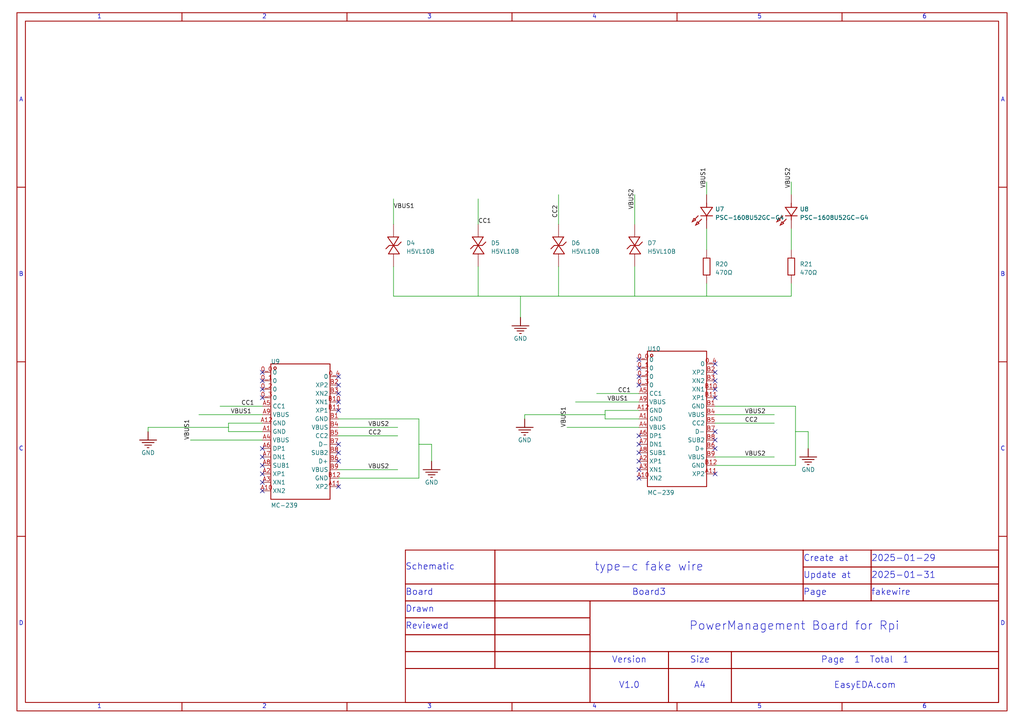
<source format=kicad_sch>
(kicad_sch (version 20231120) (generator "eeschema") (generator_version "8.0")
  (paper "User" 307.34 218.44)
  (lib_symbols
    (symbol "test-altium-import:GND_POWER_GROUND" (power)
      (property "Reference" "#PWR" (at 0 0 0))
      (property "Value" "GND" (at 0 6.35 0))
      (symbol "GND_POWER_GROUND_0_0"
        (polyline (pts (xy -2.54 -2.54) (xy 2.54 -2.54)) (stroke (width 0.254)))
        (polyline (pts (xy -1.778 -3.302) (xy 1.778 -3.302)) (stroke (width 0.254)))
        (polyline (pts (xy -1.016 -4.064) (xy 1.016 -4.064)) (stroke (width 0.254)))
        (polyline (pts (xy -0.254 -4.826) (xy 0.254 -4.826)) (stroke (width 0.254)))
        (polyline (pts (xy 0 0) (xy 0 -2.54)) (stroke (width 0.254)))
        (pin power_in line (at 0 0 0) (length 0) hide (name "GND") (number ""))
      )
    )
    (symbol "test-altium-import:root_0_MC-239"
      (symbol "root_0_MC-239_1_0"
        (rectangle (start -10.16 21.59) (end 7.62 -19.05) (stroke (width 0.254) (color 160 0 0 1)))
        (circle (center -8.89 20.32) (radius 0.381) (stroke (width 0.254) (color 160 0 0 1)))
        (pin passive line (at -12.7 19.05 0) (length 2.54) (name "0") (number "0_0"))
        (pin passive line (at -12.7 16.51 0) (length 2.54) (name "0") (number "0_1"))
        (pin passive line (at -12.7 13.97 0) (length 2.54) (name "0") (number "0_2"))
        (pin passive line (at -12.7 11.43 0) (length 2.54) (name "0") (number "0_3"))
        (pin passive line (at 10.16 17.78 180) (length 2.54) (name "0") (number "0_4"))
        (pin passive line (at -12.7 1.27 0) (length 2.54) (name "GND") (number "A1"))
        (pin passive line (at -12.7 -16.51 0) (length 2.54) (name "XN2") (number "A10"))
        (pin passive line (at 10.16 -15.24 180) (length 2.54) (name "XP2") (number "A11"))
        (pin passive line (at -12.7 3.81 0) (length 2.54) (name "GND") (number "A12"))
        (pin passive line (at -12.7 -11.43 0) (length 2.54) (name "XP1") (number "A2"))
        (pin passive line (at -12.7 -13.97 0) (length 2.54) (name "XN1") (number "A3"))
        (pin passive line (at -12.7 -1.27 0) (length 2.54) (name "VBUS") (number "A4"))
        (pin passive line (at -12.7 8.89 0) (length 2.54) (name "CC1") (number "A5"))
        (pin passive line (at -12.7 -3.81 0) (length 2.54) (name "DP1") (number "A6"))
        (pin passive line (at -12.7 -6.35 0) (length 2.54) (name "DN1") (number "A7"))
        (pin passive line (at -12.7 -8.89 0) (length 2.54) (name "SUB1") (number "A8"))
        (pin passive line (at -12.7 6.35 0) (length 2.54) (name "VBUS") (number "A9"))
        (pin passive line (at 10.16 5.08 180) (length 2.54) (name "GND") (number "B1"))
        (pin passive line (at 10.16 10.16 180) (length 2.54) (name "XN1") (number "B10"))
        (pin passive line (at 10.16 7.62 180) (length 2.54) (name "XP1") (number "B11"))
        (pin passive line (at 10.16 -12.7 180) (length 2.54) (name "GND") (number "B12"))
        (pin passive line (at 10.16 15.24 180) (length 2.54) (name "XP2") (number "B2"))
        (pin passive line (at 10.16 12.7 180) (length 2.54) (name "XN2") (number "B3"))
        (pin passive line (at 10.16 2.54 180) (length 2.54) (name "VBUS") (number "B4"))
        (pin passive line (at 10.16 0 180) (length 2.54) (name "CC2") (number "B5"))
        (pin passive line (at 10.16 -7.62 180) (length 2.54) (name "D+") (number "B6"))
        (pin passive line (at 10.16 -2.54 180) (length 2.54) (name "D-") (number "B7"))
        (pin passive line (at 10.16 -5.08 180) (length 2.54) (name "SUB2") (number "B8"))
        (pin passive line (at 10.16 -10.16 180) (length 2.54) (name "VBUS") (number "B9"))
      )
    )
    (symbol "test-altium-import:root_1_H5VL10B"
      (symbol "root_1_H5VL10B_1_0"
        (polyline (pts (xy -2.286 -1.016) (xy -1.27 0) (xy -1.27 0) (xy -1.27 0) (xy -1.27 0) (xy 1.27 0) (xy 1.27 0) (xy 1.27 0) (xy 1.27 0) (xy 2.286 1.016)) (stroke (width 0.254) (color 160 0 0 1)))
        (polyline (pts (xy -1.524 -2.54) (xy 0 0) (xy 0 0) (xy 0 0) (xy 0 0) (xy 1.778 -2.54) (xy 1.778 -2.54) (xy 1.778 -2.54) (xy 1.778 -2.54) (xy -1.524 -2.54)) (stroke (width 0.254) (color 160 0 0 1)))
        (polyline (pts (xy 1.524 2.54) (xy 0 0) (xy 0 0) (xy 0 0) (xy 0 0) (xy -1.778 2.54) (xy -1.778 2.54) (xy -1.778 2.54) (xy -1.778 2.54) (xy 1.524 2.54)) (stroke (width 0.254) (color 160 0 0 1)))
        (pin passive line (at 0 -6.35 90) (length 3.81) (name "C") (number "1"))
        (pin passive line (at 0 6.35 270) (length 3.81) (name "A") (number "2"))
      )
    )
    (symbol "test-altium-import:root_1_PSC-1608U52GC-G4"
      (symbol "root_1_PSC-1608U52GC-G4_1_0"
        (polyline (pts (xy -2.54 -1.27) (xy -3.556 -2.286)) (stroke (width 0.254) (color 160 0 0 1)))
        (polyline (pts (xy -1.778 -1.27) (xy 1.778 -1.27)) (stroke (width 0.254) (color 160 0 0 1)))
        (polyline (pts (xy -1.524 -2.286) (xy -2.54 -3.302)) (stroke (width 0.254) (color 160 0 0 1)))
        (polyline (pts (xy 0 -1.27) (xy 0 -2.54)) (stroke (width 0.254) (color 160 0 0 1)))
        (polyline (pts (xy 0 2.54) (xy 0 1.27)) (stroke (width 0.254) (color 160 0 0 1)))
        (polyline (pts (xy -4.318 -3.048) (xy -3.81 -2.032) (xy -3.81 -2.032) (xy -3.81 -2.032) (xy -3.81 -2.032) (xy -3.302 -2.54) (xy -3.302 -2.54) (xy -3.302 -2.54) (xy -3.302 -2.54) (xy -4.318 -3.048)) (stroke (width 0.254) (color 160 0 0 1)))
        (polyline (pts (xy -3.302 -4.064) (xy -2.794 -3.048) (xy -2.794 -3.048) (xy -2.794 -3.048) (xy -2.794 -3.048) (xy -2.286 -3.556) (xy -2.286 -3.556) (xy -2.286 -3.556) (xy -2.286 -3.556) (xy -3.302 -4.064)) (stroke (width 0.254) (color 160 0 0 1)))
        (polyline (pts (xy -1.778 1.27) (xy 0 -1.27) (xy 0 -1.27) (xy 0 -1.27) (xy 0 -1.27) (xy 1.778 1.27) (xy 1.778 1.27) (xy 1.778 1.27) (xy 1.778 1.27) (xy -1.778 1.27)) (stroke (width 0.254) (color 160 0 0 1)))
        (pin passive line (at 0 -5.08 90) (length 2.54) (name "K") (number "1"))
        (pin passive line (at 0 5.08 270) (length 2.54) (name "A") (number "2"))
      )
    )
    (symbol "test-altium-import:root_1_RC0603FR-07470RL"
      (symbol "root_1_RC0603FR-07470RL_1_0"
        (rectangle (start -1.016 2.54) (end 1.016 -2.54) (stroke (width 0.254) (color 160 0 0 1)))
        (pin passive line (at 0 -5.08 90) (length 2.54) (name "1") (number "1"))
        (pin passive line (at 0 5.08 270) (length 2.54) (name "2") (number "2"))
      )
    )
  )
  (no_connect (at 78.74 111.76))
  (no_connect (at 191.77 143.51))
  (no_connect (at 214.63 119.38))
  (no_connect (at 101.6 138.43))
  (no_connect (at 191.77 113.03))
  (no_connect (at 191.77 135.89))
  (no_connect (at 214.63 116.84))
  (no_connect (at 78.74 119.38))
  (no_connect (at 191.77 107.95))
  (no_connect (at 191.77 138.43))
  (no_connect (at 214.63 142.24))
  (no_connect (at 78.74 142.24))
  (no_connect (at 78.74 147.32))
  (no_connect (at 214.63 114.3))
  (no_connect (at 101.6 123.19))
  (no_connect (at 214.63 132.08))
  (no_connect (at 191.77 115.57))
  (no_connect (at 101.6 135.89))
  (no_connect (at 214.63 129.54))
  (no_connect (at 191.77 140.97))
  (no_connect (at 78.74 137.16))
  (no_connect (at 101.6 146.05))
  (no_connect (at 191.77 133.35))
  (no_connect (at 101.6 118.11))
  (no_connect (at 101.6 113.03))
  (no_connect (at 78.74 116.84))
  (no_connect (at 78.74 134.62))
  (no_connect (at 214.63 111.76))
  (no_connect (at 214.63 109.22))
  (no_connect (at 191.77 130.81))
  (no_connect (at 191.77 110.49))
  (no_connect (at 214.63 134.62))
  (no_connect (at 78.74 114.3))
  (no_connect (at 101.6 120.65))
  (no_connect (at 101.6 133.35))
  (no_connect (at 78.74 144.78))
  (no_connect (at 101.6 115.57))
  (no_connect (at 78.74 139.7))
  (polyline (pts (xy 177.104 185.42) (xy 148.526 185.42)) (stroke (width 0.254) (type solid) (color 160 0 0 1)))
  (polyline (pts (xy 148.526 180.34) (xy 148.526 185.42)) (stroke (width 0.254) (type solid) (color 160 0 0 1)))
  (polyline (pts (xy 219.508 200.66) (xy 299.72 200.66)) (stroke (width 0.254) (type solid) (color 160 0 0 1)))
  (polyline (pts (xy 219.508 210.82) (xy 219.508 200.66)) (stroke (width 0.254) (type solid) (color 160 0 0 1)))
  (polyline (pts (xy 121.666 195.58) (xy 148.526 195.58)) (stroke (width 0.254) (type solid) (color 160 0 0 1)))
  (wire (pts (xy 212.09 88.9) (xy 212.09 85.09)))
  (polyline (pts (xy 121.666 190.5) (xy 148.526 190.5)) (stroke (width 0.254) (type solid) (color 160 0 0 1)))
  (polyline (pts (xy 148.526 195.58) (xy 148.526 190.5)) (stroke (width 0.254) (type solid) (color 160 0 0 1)))
  (polyline (pts (xy 252.73 213.36) (xy 252.73 210.82)) (stroke (width 0.254) (type solid) (color 160 0 0 1)))
  (polyline (pts (xy 200.636 210.82) (xy 177.104 210.82)) (stroke (width 0.254) (type solid) (color 160 0 0 1)))
  (wire (pts (xy 125.73 143.51) (xy 101.6 143.51)))
  (polyline (pts (xy 261.466 180.34) (xy 241.063 180.34)) (stroke (width 0.254) (type solid) (color 160 0 0 1)))
  (polyline (pts (xy 54.61 3.81) (xy 54.61 6.35)) (stroke (width 0.254) (type solid) (color 160 0 0 1)))
  (polyline (pts (xy 299.72 175.26) (xy 299.72 180.34)) (stroke (width 0.254) (type solid) (color 160 0 0 1)))
  (polyline (pts (xy 241.063 175.26) (xy 241.063 170.18)) (stroke (width 0.254) (type solid) (color 160 0 0 1)))
  (polyline (pts (xy 261.466 175.26) (xy 261.466 180.34)) (stroke (width 0.254) (type solid) (color 160 0 0 1)))
  (polyline (pts (xy 121.666 195.58) (xy 121.666 190.5)) (stroke (width 0.254) (type solid) (color 160 0 0 1)))
  (wire (pts (xy 68.58 128.27) (xy 68.58 129.54)))
  (wire (pts (xy 143.51 80.01) (xy 143.51 88.9)))
  (polyline (pts (xy 121.666 180.34) (xy 148.526 180.34)) (stroke (width 0.254) (type solid) (color 160 0 0 1)))
  (wire (pts (xy 125.73 133.35) (xy 125.73 125.73)))
  (polyline (pts (xy 121.666 175.26) (xy 148.526 175.26)) (stroke (width 0.254) (type solid) (color 160 0 0 1)))
  (polyline (pts (xy 148.526 175.26) (xy 241.063 175.26)) (stroke (width 0.254) (type solid) (color 160 0 0 1)))
  (polyline (pts (xy 177.104 185.42) (xy 177.104 190.5)) (stroke (width 0.254) (type solid) (color 160 0 0 1)))
  (wire (pts (xy 156.21 95.25) (xy 156.21 88.9)))
  (wire (pts (xy 78.74 132.08) (xy 57.15 132.08)))
  (polyline (pts (xy 299.72 210.82) (xy 219.508 210.82)) (stroke (width 0.254) (type solid) (color 160 0 0 1)))
  (polyline (pts (xy 148.526 175.26) (xy 121.666 175.26)) (stroke (width 0.254) (type solid) (color 160 0 0 1)))
  (wire (pts (xy 237.49 68.58) (xy 237.49 74.93)))
  (wire (pts (xy 68.58 128.27) (xy 44.45 128.27)))
  (polyline (pts (xy 177.104 195.58) (xy 148.526 195.58)) (stroke (width 0.254) (type solid) (color 160 0 0 1)))
  (polyline (pts (xy 148.526 165.1) (xy 148.526 175.26)) (stroke (width 0.254) (type solid) (color 160 0 0 1)))
  (polyline (pts (xy 261.466 170.18) (xy 261.466 165.1)) (stroke (width 0.254) (type solid) (color 160 0 0 1)))
  (polyline (pts (xy 148.526 185.42) (xy 121.666 185.42)) (stroke (width 0.254) (type solid) (color 160 0 0 1)))
  (wire (pts (xy 212.09 54.61) (xy 212.09 58.42)))
  (wire (pts (xy 68.58 128.27) (xy 68.58 127)))
  (polyline (pts (xy 121.666 180.34) (xy 121.666 175.26)) (stroke (width 0.254) (type solid) (color 160 0 0 1)))
  (polyline (pts (xy 148.526 195.58) (xy 177.104 195.58)) (stroke (width 0.254) (type solid) (color 160 0 0 1)))
  (polyline (pts (xy 200.636 200.66) (xy 219.508 200.66)) (stroke (width 0.254) (type solid) (color 160 0 0 1)))
  (polyline (pts (xy 200.636 200.66) (xy 200.636 195.58)) (stroke (width 0.254) (type solid) (color 160 0 0 1)))
  (wire (pts (xy 68.58 129.54) (xy 78.74 129.54)))
  (wire (pts (xy 125.73 133.35) (xy 125.73 143.51)))
  (wire (pts (xy 119.38 130.81) (xy 101.6 130.81)))
  (wire (pts (xy 143.51 88.9) (xy 156.21 88.9)))
  (polyline (pts (xy 299.72 200.66) (xy 219.508 200.66)) (stroke (width 0.254) (type solid) (color 160 0 0 1)))
  (polyline (pts (xy 200.636 195.58) (xy 200.636 200.66)) (stroke (width 0.254) (type solid) (color 160 0 0 1)))
  (polyline (pts (xy 177.104 200.66) (xy 200.636 200.66)) (stroke (width 0.254) (type solid) (color 160 0 0 1)))
  (polyline (pts (xy 121.666 200.66) (xy 121.666 195.58)) (stroke (width 0.254) (type solid) (color 160 0 0 1)))
  (polyline (pts (xy 148.526 185.42) (xy 148.526 180.34)) (stroke (width 0.254) (type solid) (color 160 0 0 1)))
  (polyline (pts (xy 241.063 165.1) (xy 241.063 175.26)) (stroke (width 0.254) (type solid) (color 160 0 0 1)))
  (polyline (pts (xy 299.72 170.18) (xy 299.72 175.26)) (stroke (width 0.254) (type solid) (color 160 0 0 1)))
  (polyline (pts (xy 299.72 170.18) (xy 261.466 170.18)) (stroke (width 0.254) (type solid) (color 160 0 0 1)))
  (polyline (pts (xy 148.526 185.42) (xy 148.526 190.5)) (stroke (width 0.254) (type solid) (color 160 0 0 1)))
  (polyline (pts (xy 177.104 190.5) (xy 148.526 190.5)) (stroke (width 0.254) (type solid) (color 160 0 0 1)))
  (polyline (pts (xy 241.063 180.34) (xy 241.063 175.26)) (stroke (width 0.254) (type solid) (color 160 0 0 1)))
  (wire (pts (xy 78.74 124.46) (xy 59.69 124.46)))
  (wire (pts (xy 238.76 139.7) (xy 214.63 139.7)))
  (wire (pts (xy 167.64 88.9) (xy 190.5 88.9)))
  (wire (pts (xy 129.54 133.35) (xy 129.54 138.43)))
  (polyline (pts (xy 148.526 180.34) (xy 177.104 180.34)) (stroke (width 0.254) (type solid) (color 160 0 0 1)))
  (polyline (pts (xy 104.14 3.81) (xy 104.14 6.35)) (stroke (width 0.254) (type solid) (color 160 0 0 1)))
  (polyline (pts (xy 148.526 175.26) (xy 148.526 165.1)) (stroke (width 0.254) (type solid) (color 160 0 0 1)))
  (polyline (pts (xy 261.466 175.26) (xy 241.063 175.26)) (stroke (width 0.254) (type solid) (color 160 0 0 1)))
  (polyline (pts (xy 299.72 195.58) (xy 299.72 200.66)) (stroke (width 0.254) (type solid) (color 160 0 0 1)))
  (polyline (pts (xy 148.526 175.26) (xy 148.526 180.34)) (stroke (width 0.254) (type solid) (color 160 0 0 1)))
  (polyline (pts (xy 148.526 200.66) (xy 148.526 195.58)) (stroke (width 0.254) (type solid) (color 160 0 0 1)))
  (polyline (pts (xy 241.063 180.34) (xy 148.526 180.34)) (stroke (width 0.254) (type solid) (color 160 0 0 1)))
  (polyline (pts (xy 241.063 175.26) (xy 241.063 180.34)) (stroke (width 0.254) (type solid) (color 160 0 0 1)))
  (wire (pts (xy 143.51 67.31) (xy 143.51 59.69)))
  (polyline (pts (xy 219.508 195.58) (xy 299.72 195.58)) (stroke (width 0.254) (type solid) (color 160 0 0 1)))
  (wire (pts (xy 238.76 121.92) (xy 214.63 121.92)))
  (polyline (pts (xy 241.063 170.18) (xy 261.466 170.18)) (stroke (width 0.254) (type solid) (color 160 0 0 1)))
  (wire (pts (xy 179.07 118.11) (xy 191.77 118.11)))
  (polyline (pts (xy 241.063 170.18) (xy 241.063 165.1)) (stroke (width 0.254) (type solid) (color 160 0 0 1)))
  (polyline (pts (xy 148.526 190.5) (xy 148.526 195.58)) (stroke (width 0.254) (type solid) (color 160 0 0 1)))
  (polyline (pts (xy 177.104 195.58) (xy 177.104 200.66)) (stroke (width 0.254) (type solid) (color 160 0 0 1)))
  (wire (pts (xy 44.45 128.27) (xy 44.45 129.54)))
  (wire (pts (xy 101.6 140.97) (xy 119.38 140.97)))
  (wire (pts (xy 125.73 125.73) (xy 101.6 125.73)))
  (polyline (pts (xy 299.72 180.34) (xy 299.72 195.58)) (stroke (width 0.254) (type solid) (color 160 0 0 1)))
  (polyline (pts (xy 203.2 213.36) (xy 203.2 210.82)) (stroke (width 0.254) (type solid) (color 160 0 0 1)))
  (polyline (pts (xy 121.666 185.42) (xy 121.666 180.34)) (stroke (width 0.254) (type solid) (color 160 0 0 1)))
  (wire (pts (xy 212.09 68.58) (xy 212.09 74.93)))
  (wire (pts (xy 118.11 88.9) (xy 143.51 88.9)))
  (polyline (pts (xy 241.063 175.26) (xy 148.526 175.26)) (stroke (width 0.254) (type solid) (color 160 0 0 1)))
  (wire (pts (xy 66.04 121.92) (xy 78.74 121.92)))
  (polyline (pts (xy 148.526 190.5) (xy 121.666 190.5)) (stroke (width 0.254) (type solid) (color 160 0 0 1)))
  (polyline (pts (xy 148.526 190.5) (xy 177.104 190.5)) (stroke (width 0.254) (type solid) (color 160 0 0 1)))
  (polyline (pts (xy 261.466 165.1) (xy 261.466 170.18)) (stroke (width 0.254) (type solid) (color 160 0 0 1)))
  (polyline (pts (xy 5.08 56.197) (xy 7.62 56.197)) (stroke (width 0.254) (type solid) (color 160 0 0 1)))
  (polyline (pts (xy 177.104 180.34) (xy 299.72 180.34)) (stroke (width 0.254) (type solid) (color 160 0 0 1)))
  (polyline (pts (xy 177.104 200.66) (xy 177.104 210.82)) (stroke (width 0.254) (type solid) (color 160 0 0 1)))
  (polyline (pts (xy 177.104 200.66) (xy 177.104 195.58)) (stroke (width 0.254) (type solid) (color 160 0 0 1)))
  (polyline (pts (xy 299.72 180.34) (xy 261.466 180.34)) (stroke (width 0.254) (type solid) (color 160 0 0 1)))
  (wire (pts (xy 237.49 88.9) (xy 237.49 85.09)))
  (wire (pts (xy 101.6 128.27) (xy 119.38 128.27)))
  (polyline (pts (xy 153.67 213.36) (xy 153.67 210.82)) (stroke (width 0.254) (type solid) (color 160 0 0 1)))
  (polyline (pts (xy 121.666 185.42) (xy 148.526 185.42)) (stroke (width 0.254) (type solid) (color 160 0 0 1)))
  (polyline (pts (xy 177.104 195.58) (xy 200.636 195.58)) (stroke (width 0.254) (type solid) (color 160 0 0 1)))
  (wire (pts (xy 191.77 123.19) (xy 181.61 123.19)))
  (polyline (pts (xy 299.72 165.1) (xy 299.72 170.18)) (stroke (width 0.254) (type solid) (color 160 0 0 1)))
  (wire (pts (xy 238.76 129.54) (xy 238.76 121.92)))
  (wire (pts (xy 190.5 67.31) (xy 190.5 58.42)))
  (polyline (pts (xy 261.466 165.1) (xy 299.72 165.1)) (stroke (width 0.254) (type solid) (color 160 0 0 1)))
  (wire (pts (xy 118.11 88.9) (xy 118.11 80.01)))
  (wire (pts (xy 190.5 88.9) (xy 212.09 88.9)))
  (polyline (pts (xy 121.666 200.66) (xy 177.104 200.66)) (stroke (width 0.254) (type solid) (color 160 0 0 1)))
  (polyline (pts (xy 104.14 213.36) (xy 104.14 210.82)) (stroke (width 0.254) (type solid) (color 160 0 0 1)))
  (polyline (pts (xy 241.063 175.26) (xy 261.466 175.26)) (stroke (width 0.254) (type solid) (color 160 0 0 1)))
  (polyline (pts (xy 219.508 195.58) (xy 219.508 200.66)) (stroke (width 0.254) (type solid) (color 160 0 0 1)))
  (polyline (pts (xy 5.08 108.585) (xy 7.62 108.585)) (stroke (width 0.254) (type solid) (color 160 0 0 1)))
  (polyline (pts (xy 148.526 190.5) (xy 148.526 185.42)) (stroke (width 0.254) (type solid) (color 160 0 0 1)))
  (polyline (pts (xy 121.666 190.5) (xy 121.666 185.42)) (stroke (width 0.254) (type solid) (color 160 0 0 1)))
  (polyline (pts (xy 299.72 200.66) (xy 299.72 210.82)) (stroke (width 0.254) (type solid) (color 160 0 0 1)))
  (wire (pts (xy 191.77 128.27) (xy 170.18 128.27)))
  (polyline (pts (xy 302.26 160.972) (xy 299.72 160.972)) (stroke (width 0.254) (type solid) (color 160 0 0 1)))
  (polyline (pts (xy 200.636 200.66) (xy 177.104 200.66)) (stroke (width 0.254) (type solid) (color 160 0 0 1)))
  (polyline (pts (xy 177.104 190.5) (xy 177.104 195.58)) (stroke (width 0.254) (type solid) (color 160 0 0 1)))
  (polyline (pts (xy 302.26 56.197) (xy 299.72 56.197)) (stroke (width 0.254) (type solid) (color 160 0 0 1)))
  (polyline (pts (xy 148.526 165.1) (xy 241.063 165.1)) (stroke (width 0.254) (type solid) (color 160 0 0 1)))
  (wire (pts (xy 190.5 88.9) (xy 190.5 80.01)))
  (polyline (pts (xy 177.104 195.58) (xy 177.104 180.34)) (stroke (width 0.254) (type solid) (color 160 0 0 1)))
  (polyline (pts (xy 148.526 180.34) (xy 121.666 180.34)) (stroke (width 0.254) (type solid) (color 160 0 0 1)))
  (wire (pts (xy 78.74 127) (xy 68.58 127)))
  (wire (pts (xy 125.73 133.35) (xy 129.54 133.35)))
  (wire (pts (xy 181.61 124.46) (xy 157.48 124.46)))
  (polyline (pts (xy 219.508 200.66) (xy 200.636 200.66)) (stroke (width 0.254) (type solid) (color 160 0 0 1)))
  (wire (pts (xy 167.64 80.01) (xy 167.64 88.9)))
  (wire (pts (xy 167.64 67.31) (xy 167.64 58.42)))
  (polyline (pts (xy 261.466 170.18) (xy 299.72 170.18)) (stroke (width 0.254) (type solid) (color 160 0 0 1)))
  (polyline (pts (xy 148.526 195.58) (xy 121.666 195.58)) (stroke (width 0.254) (type solid) (color 160 0 0 1)))
  (polyline (pts (xy 153.67 3.81) (xy 153.67 6.35)) (stroke (width 0.254) (type solid) (color 160 0 0 1)))
  (polyline (pts (xy 148.526 185.42) (xy 177.104 185.42)) (stroke (width 0.254) (type solid) (color 160 0 0 1)))
  (wire (pts (xy 214.63 137.16) (xy 232.41 137.16)))
  (polyline (pts (xy 299.72 175.26) (xy 261.466 175.26)) (stroke (width 0.254) (type solid) (color 160 0 0 1)))
  (polyline (pts (xy 252.73 3.81) (xy 252.73 6.35)) (stroke (width 0.254) (type solid) (color 160 0 0 1)))
  (wire (pts (xy 242.57 129.54) (xy 242.57 134.62)))
  (polyline (pts (xy 219.508 210.82) (xy 200.636 210.82)) (stroke (width 0.254) (type solid) (color 160 0 0 1)))
  (polyline (pts (xy 261.466 180.34) (xy 261.466 175.26)) (stroke (width 0.254) (type solid) (color 160 0 0 1)))
  (polyline (pts (xy 177.104 210.82) (xy 177.104 200.66)) (stroke (width 0.254) (type solid) (color 160 0 0 1)))
  (polyline (pts (xy 219.508 200.66) (xy 219.508 195.58)) (stroke (width 0.254) (type solid) (color 160 0 0 1)))
  (wire (pts (xy 237.49 54.61) (xy 237.49 58.42)))
  (wire (pts (xy 167.64 88.9) (xy 156.21 88.9)))
  (wire (pts (xy 214.63 124.46) (xy 232.41 124.46)))
  (polyline (pts (xy 148.526 180.34) (xy 148.526 175.26)) (stroke (width 0.254) (type solid) (color 160 0 0 1)))
  (wire (pts (xy 191.77 120.65) (xy 172.72 120.65)))
  (polyline (pts (xy 200.636 200.66) (xy 200.636 210.82)) (stroke (width 0.254) (type solid) (color 160 0 0 1)))
  (polyline (pts (xy 299.72 195.58) (xy 177.104 195.58)) (stroke (width 0.254) (type solid) (color 160 0 0 1)))
  (polyline (pts (xy 261.466 175.26) (xy 299.72 175.26)) (stroke (width 0.254) (type solid) (color 160 0 0 1)))
  (polyline (pts (xy 177.104 180.34) (xy 177.104 185.42)) (stroke (width 0.254) (type solid) (color 160 0 0 1)))
  (wire (pts (xy 238.76 129.54) (xy 242.57 129.54)))
  (polyline (pts (xy 148.526 200.66) (xy 121.666 200.66)) (stroke (width 0.254) (type solid) (color 160 0 0 1)))
  (polyline (pts (xy 200.636 210.82) (xy 200.636 200.66)) (stroke (width 0.254) (type solid) (color 160 0 0 1)))
  (wire (pts (xy 237.49 88.9) (xy 212.09 88.9)))
  (wire (pts (xy 118.11 67.31) (xy 118.11 59.69)))
  (polyline (pts (xy 203.2 3.81) (xy 203.2 6.35)) (stroke (width 0.254) (type solid) (color 160 0 0 1)))
  (polyline (pts (xy 200.636 195.58) (xy 219.508 195.58)) (stroke (width 0.254) (type solid) (color 160 0 0 1)))
  (wire (pts (xy 181.61 124.46) (xy 181.61 125.73)))
  (wire (pts (xy 181.61 124.46) (xy 181.61 123.19)))
  (polyline (pts (xy 261.466 170.18) (xy 241.063 170.18)) (stroke (width 0.254) (type solid) (color 160 0 0 1)))
  (polyline (pts (xy 121.666 175.26) (xy 121.666 165.1)) (stroke (width 0.254) (type solid) (color 160 0 0 1)))
  (wire (pts (xy 157.48 124.46) (xy 157.48 125.73)))
  (wire (pts (xy 232.41 127) (xy 214.63 127)))
  (polyline (pts (xy 54.61 213.36) (xy 54.61 210.82)) (stroke (width 0.254) (type solid) (color 160 0 0 1)))
  (polyline (pts (xy 121.666 210.82) (xy 121.666 200.66)) (stroke (width 0.254) (type solid) (color 160 0 0 1)))
  (polyline (pts (xy 261.466 175.26) (xy 261.466 170.18)) (stroke (width 0.254) (type solid) (color 160 0 0 1)))
  (polyline (pts (xy 177.104 200.66) (xy 148.526 200.66)) (stroke (width 0.254) (type solid) (color 160 0 0 1)))
  (polyline (pts (xy 148.526 195.58) (xy 148.526 200.66)) (stroke (width 0.254) (type solid) (color 160 0 0 1)))
  (polyline (pts (xy 5.08 160.972) (xy 7.62 160.972)) (stroke (width 0.254) (type solid) (color 160 0 0 1)))
  (polyline (pts (xy 302.26 108.585) (xy 299.72 108.585)) (stroke (width 0.254) (type solid) (color 160 0 0 1)))
  (polyline (pts (xy 219.508 200.66) (xy 219.508 210.82)) (stroke (width 0.254) (type solid) (color 160 0 0 1)))
  (wire (pts (xy 181.61 125.73) (xy 191.77 125.73)))
  (polyline (pts (xy 177.104 210.82) (xy 121.666 210.82)) (stroke (width 0.254) (type solid) (color 160 0 0 1)))
  (polyline (pts (xy 121.666 165.1) (xy 148.526 165.1)) (stroke (width 0.254) (type solid) (color 160 0 0 1)))
  (polyline (pts (xy 241.063 165.1) (xy 261.466 165.1)) (stroke (width 0.254) (type solid) (color 160 0 0 1)))
  (polyline (pts (xy 261.466 170.18) (xy 261.466 175.26)) (stroke (width 0.254) (type solid) (color 160 0 0 1)))
  (wire (pts (xy 238.76 129.54) (xy 238.76 139.7)))
  (rectangle (start 299.72 6.35) (end 7.62 210.82) (stroke (width 0.254) (color 160 0 0 1)))
  (rectangle (start 302.26 3.81) (end 5.08 213.36) (stroke (width 0.254) (color 160 0 0 1)))
  (text "PowerManagement Board for Rpi" (at 238.412 187.96 0) (effects (font (size 2.54 2.54))))
  (text "EasyEDA.com" (at 259.614 205.74 0) (effects (font (size 1.905 1.905))))
  (text "Create at" (at 241.063 167.64 0) (effects (font (size 1.905 1.905)) (justify left)))
  (text "C" (at 6.35 134.779 0) (effects (font (size 1.27 1.27))))
  (text "1" (at 29.845 212.09 0) (effects (font (size 1.27 1.27))))
  (text "A4" (at 210.072 205.74 0) (effects (font (size 1.905 1.905))))
  (text "D" (at 300.99 187.166 0) (effects (font (size 1.27 1.27))))
  (text "2" (at 79.375 5.08 0) (effects (font (size 1.27 1.27))))
  (text "Drawn" (at 121.666 182.88 0) (effects (font (size 1.905 1.905)) (justify left)))
  (text "4" (at 178.435 5.08 0) (effects (font (size 1.27 1.27))))
  (text "D" (at 6.35 187.166 0) (effects (font (size 1.27 1.27))))
  (text "Page  1  Total  1" (at 259.614 198.12 0) (effects (font (size 1.905 1.905))))
  (text "5" (at 227.965 212.09 0) (effects (font (size 1.27 1.27))))
  (text "2" (at 79.375 212.09 0) (effects (font (size 1.27 1.27))))
  (text "3" (at 128.905 5.08 0) (effects (font (size 1.27 1.27))))
  (text "Reviewed" (at 121.666 187.96 0) (effects (font (size 1.905 1.905)) (justify left)))
  (text "5" (at 227.965 5.08 0) (effects (font (size 1.27 1.27))))
  (text "B" (at 300.99 82.391 0) (effects (font (size 1.27 1.27))))
  (text "Board3" (at 194.794 177.8 0) (effects (font (size 1.905 1.905))))
  (text "V1.0" (at 188.87 205.74 0) (effects (font (size 1.905 1.905))))
  (text "A" (at 300.99 30.004 0) (effects (font (size 1.27 1.27))))
  (text "6" (at 277.495 212.09 0) (effects (font (size 1.27 1.27))))
  (text "6" (at 277.495 5.08 0) (effects (font (size 1.27 1.27))))
  (text "type-c fake wire" (at 194.794 170.18 0) (effects (font (size 2.54 2.54))))
  (text "Schematic" (at 121.666 170.18 0) (effects (font (size 1.905 1.905)) (justify left)))
  (text "Size" (at 210.072 198.12 0) (effects (font (size 1.905 1.905))))
  (text "4" (at 178.435 212.09 0) (effects (font (size 1.27 1.27))))
  (text "" (at 148.526 187.96 0) (effects (font (size 1.905 1.905)) (justify left)))
  (text "Version" (at 188.87 198.12 0) (effects (font (size 1.905 1.905))))
  (text "3" (at 128.905 212.09 0) (effects (font (size 1.27 1.27))))
  (text "" (at 148.526 182.88 0) (effects (font (size 1.905 1.905)) (justify left)))
  (text "Page" (at 241.063 177.8 0) (effects (font (size 1.905 1.905)) (justify left)))
  (text "A" (at 6.35 30.004 0) (effects (font (size 1.27 1.27))))
  (text "C" (at 300.99 134.779 0) (effects (font (size 1.27 1.27))))
  (text "Board" (at 121.666 177.8 0) (effects (font (size 1.905 1.905)) (justify left)))
  (text "2025-01-29" (at 261.466 167.64 0) (effects (font (size 1.905 1.905)) (justify left)))
  (text "1" (at 29.845 5.08 0) (effects (font (size 1.27 1.27))))
  (text "B" (at 6.35 82.391 0) (effects (font (size 1.27 1.27))))
  (text "Update at" (at 241.063 172.72 0) (effects (font (size 1.905 1.905)) (justify left)))
  (text "2025-01-31" (at 261.466 172.72 0) (effects (font (size 1.905 1.905)) (justify left)))
  (text "fakewire" (at 261.466 177.8 0) (effects (font (size 1.905 1.905)) (justify left)))
  (label "CC1" (at 72.39 121.92 0))
  (label "VBUS2" (at 223.52 137.16 0))
  (label "CC2" (at 110.49 130.81 0))
  (label "VBUS1" (at 182.245 120.65 0))
  (label "CC2" (at 223.52 127 0))
  (label "VBUS2" (at 223.52 124.46 0))
  (label "VBUS2" (at 237.49 56.515 90))
  (label "VBUS1" (at 69.215 124.46 0))
  (label "VBUS1" (at 118.11 62.865 0))
  (label "VBUS1" (at 212.09 56.515 90))
  (label "CC2" (at 167.64 65.405 90))
  (label "VBUS1" (at 57.15 132.08 90))
  (label "VBUS2" (at 190.5 62.865 90))
  (label "VBUS2" (at 110.49 140.97 0))
  (label "CC1" (at 143.51 67.31 0))
  (label "CC1" (at 185.42 118.11 0))
  (label "VBUS2" (at 110.49 128.27 0))
  (label "VBUS1" (at 170.18 128.27 90))
  (symbol (lib_id "test-altium-import:root_1_H5VL10B") (at 143.51 73.66 0) (unit 1)
    (property "Reference" "D5" (at 147.32 73.66 0) (effects (justify left bottom)))
    (property "Value" "H5VL10B" (at 147.32 76.2 0) (effects (justify left bottom)))
    (property "Footprint" "SOD-882_L1.0-W0.6-BI" (effects (hide yes)))
    (property "SYMBOL" "H5VL10B" (effects (hide yes)))
    (property "DEVICE" "H5VL10B" (effects (hide yes)))
    (property "LCSC PART NAME" "H5VL10B 丝印 PB" (effects (hide yes)))
    (property "SUPPLIER PART" "C7420372" (effects (hide yes)))
    (property "MANUFACTURER" "宏迦橙" (effects (hide yes)))
    (property "MANUFACTURER PART" "H5VL10B" (effects (hide yes)))
    (property "SUPPLIER FOOTPRINT" "DFN1006-2L" (effects (hide yes)))
    (property "JLCPCB PART CLASS" "Extended Part" (effects (hide yes)))
    (property "DATASHEET" "https://atta.szlcsc.com/upload/public/pdf/source/20230630/5024ECFEAD3C9801B07A8DBB967AB462.pdf" (effects (hide yes)))
    (property "SUPPLIER" "LCSC" (effects (hide yes)))
    (property "ADD INTO BOM" "yes" (effects (hide yes)))
    (property "CONVERT TO PCB" "yes" (effects (hide yes)))
    (property "POLARITY" "Bidirectional" (effects (hide yes)))
    (property "REVERSE STAND-OFF VOLTAGE (VRWM)" "5V" (effects (hide yes)))
    (property "MAXIMUM CLAMPING VOLTAGE" "10V" (effects (hide yes)))
    (property "PEAK PULSE CURRENT (IPP)" "5A" (effects (hide yes)))
    (property "PEAK PULSE POWER DISSIPATION (PPP)" "50W" (effects (hide yes)))
    (property "BREAKDOWN VOLTAGE" "5.6V" (effects (hide yes)))
    (property "REVERSE LEAKAGE CURRENT (IR)" "100nA" (effects (hide yes)))
    (property "NUMBER OF LINES" "Single channel" (effects (hide yes)))
    (property "OPERATING TEMPERATURE" "-55℃~+155℃" (effects (hide yes)))
    (property "LEVEL OF PROTECTION" "-" (effects (hide yes)))
    (property "TYPE" "ESD" (effects (hide yes)))
    (property "JUNCTION CAPACITANCE" "-" (effects (hide yes)))
  )
  (symbol (lib_id "test-altium-import:GND_POWER_GROUND") (at 156.21 95.25 0) (unit 1)
    (property "Reference" "#PWR?" (effects (hide yes)))
    (property "Value" "GND" (at 156.21 101.6 0))
  )
  (symbol (lib_id "test-altium-import:root_1_RC0603FR-07470RL") (at 237.49 80.01 0) (unit 1)
    (property "Reference" "R21" (at 240.03 80.01 0) (effects (justify left bottom)))
    (property "Value" "470Ω" (at 240.03 82.55 0) (effects (justify left bottom)))
    (property "Footprint" "R0603" (effects (hide yes)))
    (property "SYMBOL" "RC0603FR-07470RL" (effects (hide yes)))
    (property "DEVICE" "RC0603FR-07470RL" (effects (hide yes)))
    (property "LCSC PART NAME" "厚膜电阻 470Ω ±1% 100mW" (effects (hide yes)))
    (property "SUPPLIER PART" "C114669" (effects (hide yes)))
    (property "MANUFACTURER" "YAGEO(国巨)" (effects (hide yes)))
    (property "MANUFACTURER PART" "RC0603FR-07470RL" (effects (hide yes)))
    (property "SUPPLIER FOOTPRINT" "0603" (effects (hide yes)))
    (property "JLCPCB PART CLASS" "Extended Part" (effects (hide yes)))
    (property "DATASHEET" "https://atta.szlcsc.com/upload/public/pdf/source/20180821/C275644_0D56F95EFF785E7D9A1FEF436B37DA78.pdf" (effects (hide yes)))
    (property "SUPPLIER" "LCSC" (effects (hide yes)))
    (property "ADD INTO BOM" "yes" (effects (hide yes)))
    (property "CONVERT TO PCB" "yes" (effects (hide yes)))
    (property "TYPE" "Thick Film Resistors" (effects (hide yes)))
    (property "ALTIUM_VALUE" "470Ω" (effects (hide yes)))
    (property "TOLERANCE" "±1%" (effects (hide yes)))
    (property "TEMPERATURE COEFFICIENT" "±100ppm/℃" (effects (hide yes)))
    (property "OPERATING TEMPERATURE RANGE" "-55℃~+155℃" (effects (hide yes)))
  )
  (symbol (lib_id "test-altium-import:root_0_MC-239") (at 204.47 127 0) (unit 1)
    (property "Reference" "U10" (at 194.31 105.41 0) (effects (justify left bottom)))
    (property "Value" "MC-239" (at 194.31 148.59 0) (effects (justify left bottom)))
    (property "Footprint" "CONN-TH_MC-239" (effects (hide yes)))
    (property "SYMBOL" "MC-239" (effects (hide yes)))
    (property "DEVICE" "MC-239" (effects (hide yes)))
    (property "LCSC PART NAME" "Type-C 公 直插" (effects (hide yes)))
    (property "SUPPLIER PART" "C3039321" (effects (hide yes)))
    (property "MANUFACTURER" "HANBO(汉博)" (effects (hide yes)))
    (property "MANUFACTURER PART" "MC-239" (effects (hide yes)))
    (property "SUPPLIER FOOTPRINT" "SMD" (effects (hide yes)))
    (property "JLCPCB PART CLASS" "Extended Part" (effects (hide yes)))
    (property "DATASHEET" "https://atta.szlcsc.com/upload/public/pdf/source/20221111/A7BD9F5355A90436A15C5EFA97F312BA.pdf" (effects (hide yes)))
    (property "SUPPLIER" "LCSC" (effects (hide yes)))
    (property "ADD INTO BOM" "yes" (effects (hide yes)))
    (property "CONVERT TO PCB" "yes" (effects (hide yes)))
    (property "CONNECTOR TYPE" "Type-C" (effects (hide yes)))
    (property "STANDARD" "USB 3.1" (effects (hide yes)))
    (property "GENDER" "Male" (effects (hide yes)))
    (property "MOUNTING STYLE" "Direct Insert" (effects (hide yes)))
    (property "NUMBER OF CONTACTS" "24P" (effects (hide yes)))
    (property "NUMBER OF PORTS" "1" (effects (hide yes)))
    (property "CURRENT RATING - POWER (MAX)" "5A" (effects (hide yes)))
    (property "CONTACT MATERIAL" "-" (effects (hide yes)))
    (property "CONTACT PLATING" "-" (effects (hide yes)))
    (property "OPERATING TEMPERATURE RANGE" "-25℃~+85℃" (effects (hide yes)))
    (property "SOLDERING TEMPERATURE(MAX)" "-" (effects (hide yes)))
  )
  (symbol (lib_id "test-altium-import:GND_POWER_GROUND") (at 129.54 138.43 0) (unit 1)
    (property "Reference" "#PWR?" (effects (hide yes)))
    (property "Value" "GND" (at 129.54 144.78 0))
  )
  (symbol (lib_id "test-altium-import:root_1_PSC-1608U52GC-G4") (at 237.49 63.5 0) (unit 1)
    (property "Reference" "U8" (at 240.03 63.5 0) (effects (justify left bottom)))
    (property "Value" "PSC-1608U52GC-G4" (at 240.03 66.04 0) (effects (justify left bottom)))
    (property "Footprint" "LED0603-RD_GREEN" (effects (hide yes)))
    (property "SYMBOL" "PSC-1608U52GC-G4" (effects (hide yes)))
    (property "DEVICE" "PSC-1608U52GC-G4" (effects (hide yes)))
    (property "LCSC PART NAME" "钻孔1608低亮绿灯" (effects (hide yes)))
    (property "SUPPLIER PART" "C22371297" (effects (hide yes)))
    (property "MANUFACTURER" "HONGLITRONIC(鸿利光电)" (effects (hide yes)))
    (property "MANUFACTURER PART" "PSC-1608U52GC-G4" (effects (hide yes)))
    (property "SUPPLIER FOOTPRINT" "0603" (effects (hide yes)))
    (property "JLCPCB PART CLASS" "Extended Part" (effects (hide yes)))
    (property "DATASHEET" "https://atta.szlcsc.com/upload/public/pdf/source/20240328/4E4686E4F5DB651C0553C7ABD92F986B.pdf" (effects (hide yes)))
    (property "SUPPLIER" "LCSC" (effects (hide yes)))
    (property "ADD INTO BOM" "yes" (effects (hide yes)))
    (property "CONVERT TO PCB" "yes" (effects (hide yes)))
    (property "EMITTED COLOR" "Green" (effects (hide yes)))
  )
  (symbol (lib_id "test-altium-import:root_1_H5VL10B") (at 167.64 73.66 0) (unit 1)
    (property "Reference" "D6" (at 171.45 73.66 0) (effects (justify left bottom)))
    (property "Value" "H5VL10B" (at 171.45 76.2 0) (effects (justify left bottom)))
    (property "Footprint" "SOD-882_L1.0-W0.6-BI" (effects (hide yes)))
    (property "SYMBOL" "H5VL10B" (effects (hide yes)))
    (property "DEVICE" "H5VL10B" (effects (hide yes)))
    (property "LCSC PART NAME" "H5VL10B 丝印 PB" (effects (hide yes)))
    (property "SUPPLIER PART" "C7420372" (effects (hide yes)))
    (property "MANUFACTURER" "宏迦橙" (effects (hide yes)))
    (property "MANUFACTURER PART" "H5VL10B" (effects (hide yes)))
    (property "SUPPLIER FOOTPRINT" "DFN1006-2L" (effects (hide yes)))
    (property "JLCPCB PART CLASS" "Extended Part" (effects (hide yes)))
    (property "DATASHEET" "https://atta.szlcsc.com/upload/public/pdf/source/20230630/5024ECFEAD3C9801B07A8DBB967AB462.pdf" (effects (hide yes)))
    (property "SUPPLIER" "LCSC" (effects (hide yes)))
    (property "ADD INTO BOM" "yes" (effects (hide yes)))
    (property "CONVERT TO PCB" "yes" (effects (hide yes)))
    (property "POLARITY" "Bidirectional" (effects (hide yes)))
    (property "REVERSE STAND-OFF VOLTAGE (VRWM)" "5V" (effects (hide yes)))
    (property "MAXIMUM CLAMPING VOLTAGE" "10V" (effects (hide yes)))
    (property "PEAK PULSE CURRENT (IPP)" "5A" (effects (hide yes)))
    (property "PEAK PULSE POWER DISSIPATION (PPP)" "50W" (effects (hide yes)))
    (property "BREAKDOWN VOLTAGE" "5.6V" (effects (hide yes)))
    (property "REVERSE LEAKAGE CURRENT (IR)" "100nA" (effects (hide yes)))
    (property "NUMBER OF LINES" "Single channel" (effects (hide yes)))
    (property "OPERATING TEMPERATURE" "-55℃~+155℃" (effects (hide yes)))
    (property "LEVEL OF PROTECTION" "-" (effects (hide yes)))
    (property "TYPE" "ESD" (effects (hide yes)))
    (property "JUNCTION CAPACITANCE" "-" (effects (hide yes)))
  )
  (symbol (lib_id "test-altium-import:root_0_MC-239") (at 91.44 130.81 0) (unit 1)
    (property "Reference" "U9" (at 81.28 109.22 0) (effects (justify left bottom)))
    (property "Value" "MC-239" (at 81.28 152.4 0) (effects (justify left bottom)))
    (property "Footprint" "CONN-TH_MC-239" (effects (hide yes)))
    (property "SYMBOL" "MC-239" (effects (hide yes)))
    (property "DEVICE" "MC-239" (effects (hide yes)))
    (property "LCSC PART NAME" "Type-C 公 直插" (effects (hide yes)))
    (property "SUPPLIER PART" "C3039321" (effects (hide yes)))
    (property "MANUFACTURER" "HANBO(汉博)" (effects (hide yes)))
    (property "MANUFACTURER PART" "MC-239" (effects (hide yes)))
    (property "SUPPLIER FOOTPRINT" "SMD" (effects (hide yes)))
    (property "JLCPCB PART CLASS" "Extended Part" (effects (hide yes)))
    (property "DATASHEET" "https://atta.szlcsc.com/upload/public/pdf/source/20221111/A7BD9F5355A90436A15C5EFA97F312BA.pdf" (effects (hide yes)))
    (property "SUPPLIER" "LCSC" (effects (hide yes)))
    (property "ADD INTO BOM" "yes" (effects (hide yes)))
    (property "CONVERT TO PCB" "yes" (effects (hide yes)))
    (property "CONNECTOR TYPE" "Type-C" (effects (hide yes)))
    (property "STANDARD" "USB 3.1" (effects (hide yes)))
    (property "GENDER" "Male" (effects (hide yes)))
    (property "MOUNTING STYLE" "Direct Insert" (effects (hide yes)))
    (property "NUMBER OF CONTACTS" "24P" (effects (hide yes)))
    (property "NUMBER OF PORTS" "1" (effects (hide yes)))
    (property "CURRENT RATING - POWER (MAX)" "5A" (effects (hide yes)))
    (property "CONTACT MATERIAL" "-" (effects (hide yes)))
    (property "CONTACT PLATING" "-" (effects (hide yes)))
    (property "OPERATING TEMPERATURE RANGE" "-25℃~+85℃" (effects (hide yes)))
    (property "SOLDERING TEMPERATURE(MAX)" "-" (effects (hide yes)))
  )
  (symbol (lib_id "test-altium-import:GND_POWER_GROUND") (at 242.57 134.62 0) (unit 1)
    (property "Reference" "#PWR?" (effects (hide yes)))
    (property "Value" "GND" (at 242.57 140.97 0))
  )
  (symbol (lib_id "test-altium-import:root_1_H5VL10B") (at 118.11 73.66 0) (unit 1)
    (property "Reference" "D4" (at 121.92 73.66 0) (effects (justify left bottom)))
    (property "Value" "H5VL10B" (at 121.92 76.2 0) (effects (justify left bottom)))
    (property "Footprint" "SOD-882_L1.0-W0.6-BI" (effects (hide yes)))
    (property "SYMBOL" "H5VL10B" (effects (hide yes)))
    (property "DEVICE" "H5VL10B" (effects (hide yes)))
    (property "LCSC PART NAME" "H5VL10B 丝印 PB" (effects (hide yes)))
    (property "SUPPLIER PART" "C7420372" (effects (hide yes)))
    (property "MANUFACTURER" "宏迦橙" (effects (hide yes)))
    (property "MANUFACTURER PART" "H5VL10B" (effects (hide yes)))
    (property "SUPPLIER FOOTPRINT" "DFN1006-2L" (effects (hide yes)))
    (property "JLCPCB PART CLASS" "Extended Part" (effects (hide yes)))
    (property "DATASHEET" "https://atta.szlcsc.com/upload/public/pdf/source/20230630/5024ECFEAD3C9801B07A8DBB967AB462.pdf" (effects (hide yes)))
    (property "SUPPLIER" "LCSC" (effects (hide yes)))
    (property "ADD INTO BOM" "yes" (effects (hide yes)))
    (property "CONVERT TO PCB" "yes" (effects (hide yes)))
    (property "POLARITY" "Bidirectional" (effects (hide yes)))
    (property "REVERSE STAND-OFF VOLTAGE (VRWM)" "5V" (effects (hide yes)))
    (property "MAXIMUM CLAMPING VOLTAGE" "10V" (effects (hide yes)))
    (property "PEAK PULSE CURRENT (IPP)" "5A" (effects (hide yes)))
    (property "PEAK PULSE POWER DISSIPATION (PPP)" "50W" (effects (hide yes)))
    (property "BREAKDOWN VOLTAGE" "5.6V" (effects (hide yes)))
    (property "REVERSE LEAKAGE CURRENT (IR)" "100nA" (effects (hide yes)))
    (property "NUMBER OF LINES" "Single channel" (effects (hide yes)))
    (property "OPERATING TEMPERATURE" "-55℃~+155℃" (effects (hide yes)))
    (property "LEVEL OF PROTECTION" "-" (effects (hide yes)))
    (property "TYPE" "ESD" (effects (hide yes)))
    (property "JUNCTION CAPACITANCE" "-" (effects (hide yes)))
  )
  (symbol (lib_id "test-altium-import:GND_POWER_GROUND") (at 44.45 129.54 0) (unit 1)
    (property "Reference" "#PWR?" (effects (hide yes)))
    (property "Value" "GND" (at 44.45 135.89 0))
  )
  (symbol (lib_id "test-altium-import:GND_POWER_GROUND") (at 157.48 125.73 0) (unit 1)
    (property "Reference" "#PWR?" (effects (hide yes)))
    (property "Value" "GND" (at 157.48 132.08 0))
  )
  (symbol (lib_id "test-altium-import:root_1_PSC-1608U52GC-G4") (at 212.09 63.5 0) (unit 1)
    (property "Reference" "U7" (at 214.63 63.5 0) (effects (justify left bottom)))
    (property "Value" "PSC-1608U52GC-G4" (at 214.63 66.04 0) (effects (justify left bottom)))
    (property "Footprint" "LED0603-RD_GREEN" (effects (hide yes)))
    (property "SYMBOL" "PSC-1608U52GC-G4" (effects (hide yes)))
    (property "DEVICE" "PSC-1608U52GC-G4" (effects (hide yes)))
    (property "LCSC PART NAME" "钻孔1608低亮绿灯" (effects (hide yes)))
    (property "SUPPLIER PART" "C22371297" (effects (hide yes)))
    (property "MANUFACTURER" "HONGLITRONIC(鸿利光电)" (effects (hide yes)))
    (property "MANUFACTURER PART" "PSC-1608U52GC-G4" (effects (hide yes)))
    (property "SUPPLIER FOOTPRINT" "0603" (effects (hide yes)))
    (property "JLCPCB PART CLASS" "Extended Part" (effects (hide yes)))
    (property "DATASHEET" "https://atta.szlcsc.com/upload/public/pdf/source/20240328/4E4686E4F5DB651C0553C7ABD92F986B.pdf" (effects (hide yes)))
    (property "SUPPLIER" "LCSC" (effects (hide yes)))
    (property "ADD INTO BOM" "yes" (effects (hide yes)))
    (property "CONVERT TO PCB" "yes" (effects (hide yes)))
    (property "EMITTED COLOR" "Green" (effects (hide yes)))
  )
  (symbol (lib_id "test-altium-import:root_1_RC0603FR-07470RL") (at 212.09 80.01 0) (unit 1)
    (property "Reference" "R20" (at 214.63 80.01 0) (effects (justify left bottom)))
    (property "Value" "470Ω" (at 214.63 82.55 0) (effects (justify left bottom)))
    (property "Footprint" "R0603" (effects (hide yes)))
    (property "SYMBOL" "RC0603FR-07470RL" (effects (hide yes)))
    (property "DEVICE" "RC0603FR-07470RL" (effects (hide yes)))
    (property "LCSC PART NAME" "厚膜电阻 470Ω ±1% 100mW" (effects (hide yes)))
    (property "SUPPLIER PART" "C114669" (effects (hide yes)))
    (property "MANUFACTURER" "YAGEO(国巨)" (effects (hide yes)))
    (property "MANUFACTURER PART" "RC0603FR-07470RL" (effects (hide yes)))
    (property "SUPPLIER FOOTPRINT" "0603" (effects (hide yes)))
    (property "JLCPCB PART CLASS" "Extended Part" (effects (hide yes)))
    (property "DATASHEET" "https://atta.szlcsc.com/upload/public/pdf/source/20180821/C275644_0D56F95EFF785E7D9A1FEF436B37DA78.pdf" (effects (hide yes)))
    (property "SUPPLIER" "LCSC" (effects (hide yes)))
    (property "ADD INTO BOM" "yes" (effects (hide yes)))
    (property "CONVERT TO PCB" "yes" (effects (hide yes)))
    (property "TYPE" "Thick Film Resistors" (effects (hide yes)))
    (property "ALTIUM_VALUE" "470Ω" (effects (hide yes)))
    (property "TOLERANCE" "±1%" (effects (hide yes)))
    (property "TEMPERATURE COEFFICIENT" "±100ppm/℃" (effects (hide yes)))
    (property "OPERATING TEMPERATURE RANGE" "-55℃~+155℃" (effects (hide yes)))
  )
  (symbol (lib_id "test-altium-import:root_1_H5VL10B") (at 190.5 73.66 0) (unit 1)
    (property "Reference" "D7" (at 194.31 73.66 0) (effects (justify left bottom)))
    (property "Value" "H5VL10B" (at 194.31 76.2 0) (effects (justify left bottom)))
    (property "Footprint" "SOD-882_L1.0-W0.6-BI" (effects (hide yes)))
    (property "SYMBOL" "H5VL10B" (effects (hide yes)))
    (property "DEVICE" "H5VL10B" (effects (hide yes)))
    (property "LCSC PART NAME" "H5VL10B 丝印 PB" (effects (hide yes)))
    (property "SUPPLIER PART" "C7420372" (effects (hide yes)))
    (property "MANUFACTURER" "宏迦橙" (effects (hide yes)))
    (property "MANUFACTURER PART" "H5VL10B" (effects (hide yes)))
    (property "SUPPLIER FOOTPRINT" "DFN1006-2L" (effects (hide yes)))
    (property "JLCPCB PART CLASS" "Extended Part" (effects (hide yes)))
    (property "DATASHEET" "https://atta.szlcsc.com/upload/public/pdf/source/20230630/5024ECFEAD3C9801B07A8DBB967AB462.pdf" (effects (hide yes)))
    (property "SUPPLIER" "LCSC" (effects (hide yes)))
    (property "ADD INTO BOM" "yes" (effects (hide yes)))
    (property "CONVERT TO PCB" "yes" (effects (hide yes)))
    (property "POLARITY" "Bidirectional" (effects (hide yes)))
    (property "REVERSE STAND-OFF VOLTAGE (VRWM)" "5V" (effects (hide yes)))
    (property "MAXIMUM CLAMPING VOLTAGE" "10V" (effects (hide yes)))
    (property "PEAK PULSE CURRENT (IPP)" "5A" (effects (hide yes)))
    (property "PEAK PULSE POWER DISSIPATION (PPP)" "50W" (effects (hide yes)))
    (property "BREAKDOWN VOLTAGE" "5.6V" (effects (hide yes)))
    (property "REVERSE LEAKAGE CURRENT (IR)" "100nA" (effects (hide yes)))
    (property "NUMBER OF LINES" "Single channel" (effects (hide yes)))
    (property "OPERATING TEMPERATURE" "-55℃~+155℃" (effects (hide yes)))
    (property "LEVEL OF PROTECTION" "-" (effects (hide yes)))
    (property "TYPE" "ESD" (effects (hide yes)))
    (property "JUNCTION CAPACITANCE" "-" (effects (hide yes)))
  )
)
</source>
